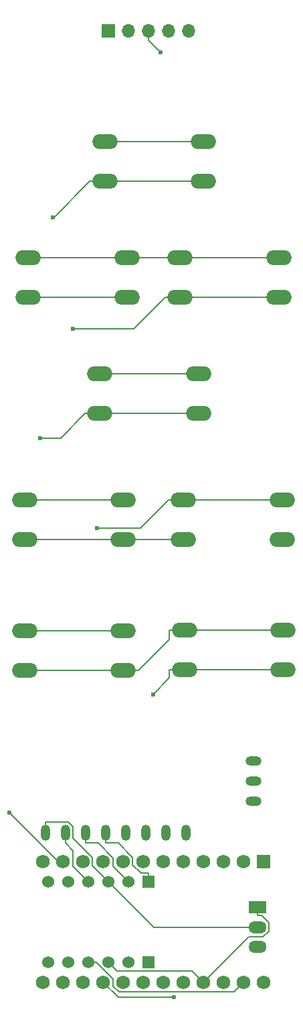
<source format=gbr>
%TF.GenerationSoftware,KiCad,Pcbnew,8.0.6*%
%TF.CreationDate,2025-02-23T20:39:58-06:00*%
%TF.ProjectId,fullycustomcontrolle one handv3c,66756c6c-7963-4757-9374-6f6d636f6e74,rev?*%
%TF.SameCoordinates,Original*%
%TF.FileFunction,Copper,L2,Bot*%
%TF.FilePolarity,Positive*%
%FSLAX46Y46*%
G04 Gerber Fmt 4.6, Leading zero omitted, Abs format (unit mm)*
G04 Created by KiCad (PCBNEW 8.0.6) date 2025-02-23 20:39:58*
%MOMM*%
%LPD*%
G01*
G04 APERTURE LIST*
%TA.AperFunction,ComponentPad*%
%ADD10O,1.200000X2.000000*%
%TD*%
%TA.AperFunction,ComponentPad*%
%ADD11O,3.200000X1.900000*%
%TD*%
%TA.AperFunction,ComponentPad*%
%ADD12O,2.000000X1.200000*%
%TD*%
%TA.AperFunction,ComponentPad*%
%ADD13R,1.752600X1.752600*%
%TD*%
%TA.AperFunction,ComponentPad*%
%ADD14C,1.752600*%
%TD*%
%TA.AperFunction,ComponentPad*%
%ADD15R,1.700000X1.700000*%
%TD*%
%TA.AperFunction,ComponentPad*%
%ADD16O,1.700000X1.700000*%
%TD*%
%TA.AperFunction,ComponentPad*%
%ADD17C,1.524000*%
%TD*%
%TA.AperFunction,ComponentPad*%
%ADD18R,1.524000X1.524000*%
%TD*%
%TA.AperFunction,ComponentPad*%
%ADD19R,2.300000X1.500000*%
%TD*%
%TA.AperFunction,ComponentPad*%
%ADD20O,2.300000X1.500000*%
%TD*%
%TA.AperFunction,ViaPad*%
%ADD21C,0.600000*%
%TD*%
%TA.AperFunction,Conductor*%
%ADD22C,0.200000*%
%TD*%
G04 APERTURE END LIST*
D10*
%TO.P,MPU1,1,VCC*%
%TO.N,Net-(MPU1-VCC)*%
X183170000Y-127785000D03*
%TO.P,MPU1,2,GND*%
%TO.N,Net-(J1-Pin_1)*%
X185710000Y-127785000D03*
%TO.P,MPU1,3,SCL*%
%TO.N,Net-(MPU1-SCL)*%
X188250000Y-127785000D03*
%TO.P,MPU1,4,SDA*%
%TO.N,Net-(MPU1-SDA)*%
X190790000Y-127785000D03*
%TO.P,MPU1,5,XDA*%
%TO.N,unconnected-(MPU1-XDA-Pad5)*%
X193330000Y-127785000D03*
%TO.P,MPU1,6,XCL*%
%TO.N,unconnected-(MPU1-XCL-Pad6)*%
X195870000Y-127785000D03*
%TO.P,MPU1,7,AD0*%
%TO.N,unconnected-(MPU1-AD0-Pad7)*%
X198410000Y-127785000D03*
%TO.P,MPU1,8,INT*%
%TO.N,unconnected-(MPU1-INT-Pad8)*%
X200950000Y-127785000D03*
%TD*%
D11*
%TO.P,SW8,1,1*%
%TO.N,Net-(SW5-B)*%
X200225000Y-55245000D03*
X212725000Y-55245000D03*
%TO.P,SW8,2,2*%
%TO.N,Net-(U1-B2)*%
X200225000Y-60245000D03*
X212725000Y-60245000D03*
%TD*%
D12*
%TO.P,SW5,1,A*%
%TO.N,Net-(SW5-A)*%
X209550000Y-118745000D03*
%TO.P,SW5,2,B*%
%TO.N,Net-(SW5-B)*%
X209550000Y-121285000D03*
%TO.P,SW5,3,C*%
%TO.N,Net-(SW5-C)*%
X209550000Y-123825000D03*
%TD*%
D11*
%TO.P,SW6,1,1*%
%TO.N,Net-(U1-E6)*%
X193475000Y-60245000D03*
X180975000Y-60245000D03*
%TO.P,SW6,2,2*%
%TO.N,Net-(SW5-B)*%
X193475000Y-55245000D03*
X180975000Y-55245000D03*
%TD*%
D13*
%TO.P,U1,1,TX*%
%TO.N,Net-(SW5-A)*%
X210820000Y-131445000D03*
D14*
%TO.P,U1,2,RX*%
%TO.N,Net-(SW5-C)*%
X208280000Y-131445000D03*
%TO.P,U1,3,GND*%
%TO.N,Net-(SW5-B)*%
X205740000Y-131445000D03*
%TO.P,U1,4,GND*%
%TO.N,Net-(SW9-Pad1)*%
X203200000Y-131445000D03*
%TO.P,U1,5,SDA*%
%TO.N,Net-(U1-SDA)*%
X200660000Y-131445000D03*
%TO.P,U1,6,SCL*%
%TO.N,Net-(U1-SCL)*%
X198120000Y-131445000D03*
%TO.P,U1,7,D4*%
%TO.N,Net-(U1-D4)*%
X195580000Y-131445000D03*
%TO.P,U1,8,C6*%
%TO.N,Net-(U1-C6)*%
X193040000Y-131445000D03*
%TO.P,U1,9,D7*%
%TO.N,Net-(U1-D7)*%
X190500000Y-131445000D03*
%TO.P,U1,10,E6*%
%TO.N,Net-(U1-E6)*%
X187960000Y-131445000D03*
%TO.P,U1,11,B4*%
%TO.N,Net-(U1-B4)*%
X185420000Y-131445000D03*
%TO.P,U1,12,B5*%
%TO.N,Net-(U1-B5)*%
X182880000Y-131445000D03*
%TO.P,U1,13,B6*%
%TO.N,Net-(U1-B6)*%
X182880000Y-146685000D03*
%TO.P,U1,14,B2*%
%TO.N,Net-(U1-B2)*%
X185420000Y-146685000D03*
%TO.P,U1,15,B3*%
%TO.N,unconnected-(U1-B3-Pad15)*%
X187960000Y-146685000D03*
%TO.P,U1,16,B1*%
%TO.N,Net-(J1-Pin_5)*%
X190500000Y-146685000D03*
%TO.P,U1,17,F7*%
%TO.N,Net-(J1-Pin_4)*%
X193040000Y-146685000D03*
%TO.P,U1,18,F6*%
%TO.N,Net-(J1-Pin_3)*%
X195580000Y-146685000D03*
%TO.P,U1,19,F5*%
%TO.N,unconnected-(U1-F5-Pad19)*%
X198120000Y-146685000D03*
%TO.P,U1,20,F4*%
%TO.N,unconnected-(U1-F4-Pad20)*%
X200660000Y-146685000D03*
%TO.P,U1,21,VCC*%
%TO.N,Net-(J1-Pin_2)*%
X203200000Y-146685000D03*
%TO.P,U1,22,RST*%
%TO.N,unconnected-(U1-RST-Pad22)*%
X205740000Y-146685000D03*
%TO.P,U1,23,GND*%
%TO.N,Net-(J1-Pin_1)*%
X208280000Y-146685000D03*
%TO.P,U1,24,RAW*%
%TO.N,unconnected-(U1-RAW-Pad24)*%
X210820000Y-146685000D03*
%TD*%
D11*
%TO.P,SW9,1,1*%
%TO.N,Net-(SW9-Pad1)*%
X190065000Y-69930000D03*
X202565000Y-69930000D03*
%TO.P,SW9,2,2*%
%TO.N,Net-(U1-B6)*%
X190065000Y-74930000D03*
X202565000Y-74930000D03*
%TD*%
%TO.P,SW7,2,2*%
%TO.N,Net-(SW5-B)*%
X193040000Y-90805000D03*
X180540000Y-90805000D03*
%TO.P,SW7,1,1*%
%TO.N,Net-(U1-B4)*%
X193040000Y-85805000D03*
X180540000Y-85805000D03*
%TD*%
D15*
%TO.P,J1,1,Pin_1*%
%TO.N,Net-(J1-Pin_1)*%
X191135000Y-26670000D03*
D16*
%TO.P,J1,2,Pin_2*%
%TO.N,Net-(J1-Pin_2)*%
X193675000Y-26670000D03*
%TO.P,J1,3,Pin_3*%
%TO.N,Net-(J1-Pin_3)*%
X196215000Y-26670000D03*
%TO.P,J1,4,Pin_4*%
%TO.N,Net-(J1-Pin_4)*%
X198755000Y-26670000D03*
%TO.P,J1,5,Pin_5*%
%TO.N,Net-(J1-Pin_5)*%
X201295000Y-26670000D03*
%TD*%
D11*
%TO.P,SW1,2,2*%
%TO.N,Net-(SW5-B)*%
X213160000Y-90805000D03*
X200660000Y-90805000D03*
%TO.P,SW1,1,1*%
%TO.N,Net-(U1-D7)*%
X213160000Y-85805000D03*
X200660000Y-85805000D03*
%TD*%
D17*
%TO.P,U3,GND_1,GND*%
%TO.N,Net-(J1-Pin_1)*%
X188595000Y-144145000D03*
%TO.P,U3,GND_2,GND*%
X188595000Y-133985000D03*
%TO.P,U3,HV,HV*%
%TO.N,Net-(J1-Pin_2)*%
X191135000Y-144145000D03*
D18*
%TO.P,U3,HV1,HV1*%
%TO.N,Net-(U1-SDA)*%
X196215000Y-144145000D03*
D17*
%TO.P,U3,HV2,HV2*%
%TO.N,Net-(U1-SCL)*%
X193675000Y-144145000D03*
%TO.P,U3,HV3,HV3*%
%TO.N,unconnected-(U3-PadHV3)*%
X186055000Y-144145000D03*
%TO.P,U3,HV4,HV4*%
%TO.N,unconnected-(U3-PadHV4)*%
X183515000Y-144145000D03*
%TO.P,U3,LV,LV*%
%TO.N,Net-(MPU1-VCC)*%
X191135000Y-133985000D03*
D18*
%TO.P,U3,LV1,LV1*%
%TO.N,Net-(MPU1-SDA)*%
X196215000Y-133985000D03*
D17*
%TO.P,U3,LV2,LV2*%
%TO.N,Net-(MPU1-SCL)*%
X193675000Y-133985000D03*
%TO.P,U3,LV3,LV3*%
%TO.N,unconnected-(U3-PadLV3)*%
X186055000Y-133985000D03*
%TO.P,U3,LV4,LV4*%
%TO.N,unconnected-(U3-PadLV4)*%
X183515000Y-133985000D03*
%TD*%
D11*
%TO.P,SW2,2,2*%
%TO.N,Net-(SW5-B)*%
X200760000Y-102275000D03*
X213260000Y-102275000D03*
%TO.P,SW2,1,1*%
%TO.N,Net-(U1-D4)*%
X200760000Y-107275000D03*
X213260000Y-107275000D03*
%TD*%
%TO.P,SW3,1,1*%
%TO.N,Net-(U1-B5)*%
X203200000Y-45640000D03*
X190700000Y-45640000D03*
%TO.P,SW3,2,2*%
%TO.N,Net-(SW5-B)*%
X203200000Y-40640000D03*
X190700000Y-40640000D03*
%TD*%
D19*
%TO.P,U2,1,IN*%
%TO.N,Net-(J1-Pin_2)*%
X210005000Y-137210000D03*
D20*
%TO.P,U2,2,OUT*%
%TO.N,Net-(MPU1-VCC)*%
X210005000Y-139750000D03*
%TO.P,U2,3,GND*%
%TO.N,Net-(J1-Pin_1)*%
X210005000Y-142200000D03*
%TD*%
D11*
%TO.P,SW4,1,1*%
%TO.N,Net-(U1-C6)*%
X180540000Y-102315000D03*
X193040000Y-102315000D03*
%TO.P,SW4,2,2*%
%TO.N,Net-(SW5-B)*%
X180540000Y-107315000D03*
X193040000Y-107315000D03*
%TD*%
D21*
%TO.N,Net-(U1-B6)*%
X182474200Y-77995700D03*
%TO.N,Net-(U1-B4)*%
X178638300Y-125250900D03*
%TO.N,Net-(U1-B2)*%
X186690000Y-64203600D03*
%TO.N,Net-(J1-Pin_3)*%
X197702600Y-29335200D03*
%TO.N,Net-(J1-Pin_5)*%
X199440800Y-148568400D03*
%TO.N,Net-(U1-B5)*%
X184147500Y-50151000D03*
%TO.N,Net-(U1-D4)*%
X196816800Y-110337100D03*
%TO.N,Net-(U1-D7)*%
X189721700Y-89338600D03*
%TD*%
D22*
%TO.N,Net-(SW9-Pad1)*%
X202565000Y-69930000D02*
X190065000Y-69930000D01*
%TO.N,Net-(U1-B6)*%
X185097600Y-77995700D02*
X182474200Y-77995700D01*
X188163300Y-74930000D02*
X185097600Y-77995700D01*
X190065000Y-74930000D02*
X188163300Y-74930000D01*
X202565000Y-74930000D02*
X190065000Y-74930000D01*
%TO.N,Net-(SW5-B)*%
X200660000Y-90805000D02*
X193040000Y-90805000D01*
X213260000Y-102275000D02*
X200760000Y-102275000D01*
X180540000Y-90805000D02*
X193040000Y-90805000D01*
X198858300Y-103398400D02*
X194941700Y-107315000D01*
X198858300Y-102275000D02*
X198858300Y-103398400D01*
X200760000Y-102275000D02*
X198858300Y-102275000D01*
X190700000Y-40640000D02*
X203200000Y-40640000D01*
X180975000Y-55245000D02*
X193475000Y-55245000D01*
X193475000Y-55245000D02*
X200225000Y-55245000D01*
X193990900Y-107315000D02*
X194941700Y-107315000D01*
X193990900Y-107315000D02*
X193040000Y-107315000D01*
X193040000Y-107315000D02*
X180540000Y-107315000D01*
X212725000Y-55245000D02*
X200225000Y-55245000D01*
%TO.N,Net-(U1-C6)*%
X193040000Y-102315000D02*
X180540000Y-102315000D01*
%TO.N,Net-(U1-B4)*%
X180540000Y-85805000D02*
X193040000Y-85805000D01*
X184832400Y-131445000D02*
X178638300Y-125250900D01*
X185420000Y-131445000D02*
X184832400Y-131445000D01*
%TO.N,Net-(U1-B2)*%
X212725000Y-60245000D02*
X200225000Y-60245000D01*
X194364700Y-64203600D02*
X186690000Y-64203600D01*
X198323300Y-60245000D02*
X194364700Y-64203600D01*
X200225000Y-60245000D02*
X198323300Y-60245000D01*
%TO.N,Net-(U1-E6)*%
X180975000Y-60245000D02*
X193475000Y-60245000D01*
%TO.N,Net-(J1-Pin_3)*%
X196215000Y-26670000D02*
X196215000Y-27821700D01*
X197702600Y-29309300D02*
X197702600Y-29335200D01*
X196215000Y-27821700D02*
X197702600Y-29309300D01*
%TO.N,Net-(J1-Pin_5)*%
X192383400Y-148568400D02*
X199440800Y-148568400D01*
X190500000Y-146685000D02*
X192383400Y-148568400D01*
%TO.N,Net-(U1-B5)*%
X190700000Y-45640000D02*
X203200000Y-45640000D01*
X184287300Y-50151000D02*
X184147500Y-50151000D01*
X188798300Y-45640000D02*
X184287300Y-50151000D01*
X190700000Y-45640000D02*
X188798300Y-45640000D01*
%TO.N,Net-(U1-D4)*%
X213260000Y-107275000D02*
X200760000Y-107275000D01*
X198858300Y-108295600D02*
X196816800Y-110337100D01*
X198858300Y-107275000D02*
X198858300Y-108295600D01*
X200760000Y-107275000D02*
X198858300Y-107275000D01*
%TO.N,Net-(U1-D7)*%
X213160000Y-85805000D02*
X200660000Y-85805000D01*
X200660000Y-85805000D02*
X198758300Y-85805000D01*
X195224700Y-89338600D02*
X189721700Y-89338600D01*
X198758300Y-85805000D02*
X195224700Y-89338600D01*
%TO.N,Net-(J1-Pin_2)*%
X208910000Y-140975000D02*
X203200000Y-146685000D01*
X210735500Y-140975000D02*
X208910000Y-140975000D01*
X211471600Y-140238900D02*
X210735500Y-140975000D01*
X211471600Y-139202500D02*
X211471600Y-140238900D01*
X210530800Y-138261700D02*
X211471600Y-139202500D01*
X210005000Y-138261700D02*
X210530800Y-138261700D01*
X210005000Y-137210000D02*
X210005000Y-138261700D01*
X201752500Y-145237500D02*
X203200000Y-146685000D01*
X192227500Y-145237500D02*
X201752500Y-145237500D01*
X191135000Y-144145000D02*
X192227500Y-145237500D01*
%TO.N,Net-(MPU1-SCL)*%
X189845600Y-129086700D02*
X188250000Y-129086700D01*
X191770000Y-131011100D02*
X189845600Y-129086700D01*
X191770000Y-132080000D02*
X191770000Y-131011100D01*
X193675000Y-133985000D02*
X191770000Y-132080000D01*
X188250000Y-127785000D02*
X188250000Y-129086700D01*
%TO.N,Net-(J1-Pin_1)*%
X207066700Y-147898300D02*
X208280000Y-146685000D01*
X192495100Y-147898300D02*
X207066700Y-147898300D01*
X191770000Y-147173200D02*
X192495100Y-147898300D01*
X191770000Y-146288300D02*
X191770000Y-147173200D01*
X189626700Y-144145000D02*
X191770000Y-146288300D01*
X188595000Y-144145000D02*
X189626700Y-144145000D01*
X186690000Y-130066700D02*
X185710000Y-129086700D01*
X186690000Y-132080000D02*
X186690000Y-130066700D01*
X188595000Y-133985000D02*
X186690000Y-132080000D01*
X185710000Y-127785000D02*
X185710000Y-129086700D01*
%TO.N,Net-(MPU1-VCC)*%
X196900000Y-139750000D02*
X191135000Y-133985000D01*
X210005000Y-139750000D02*
X196900000Y-139750000D01*
X186086400Y-126483300D02*
X183170000Y-126483300D01*
X186689800Y-127086700D02*
X186086400Y-126483300D01*
X186689800Y-128484700D02*
X186689800Y-127086700D01*
X189138000Y-130932900D02*
X186689800Y-128484700D01*
X189138000Y-131988000D02*
X189138000Y-130932900D01*
X191135000Y-133985000D02*
X189138000Y-131988000D01*
X183170000Y-127785000D02*
X183170000Y-126483300D01*
%TO.N,Net-(MPU1-SDA)*%
X192368600Y-129086700D02*
X190790000Y-129086700D01*
X194218000Y-130936100D02*
X192368600Y-129086700D01*
X194218000Y-131856500D02*
X194218000Y-130936100D01*
X195282800Y-132921300D02*
X194218000Y-131856500D01*
X196215000Y-132921300D02*
X195282800Y-132921300D01*
X196215000Y-133985000D02*
X196215000Y-132921300D01*
X190790000Y-127785000D02*
X190790000Y-129086700D01*
%TD*%
M02*

</source>
